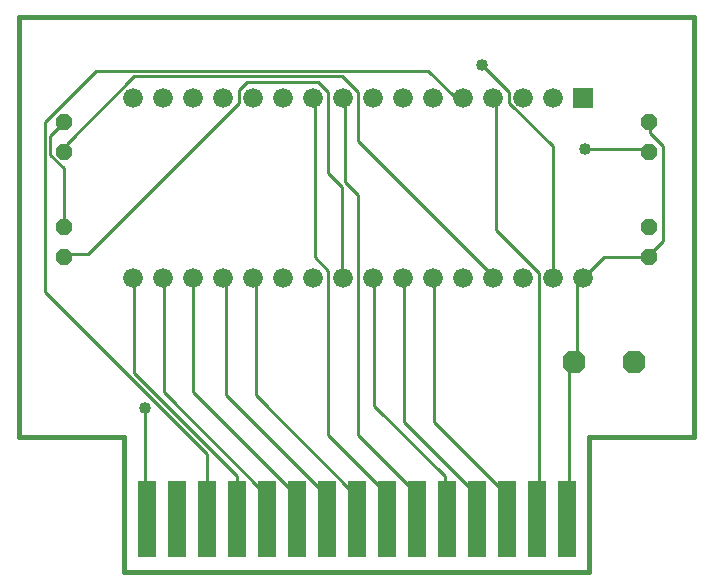
<source format=gtl>
G75*
%MOIN*%
%OFA0B0*%
%FSLAX25Y25*%
%IPPOS*%
%LPD*%
%AMOC8*
5,1,8,0,0,1.08239X$1,22.5*
%
%ADD10C,0.01600*%
%ADD11OC8,0.07600*%
%ADD12R,0.06600X0.06600*%
%ADD13C,0.06600*%
%ADD14OC8,0.05200*%
%ADD15R,0.06000X0.25500*%
%ADD16C,0.01000*%
%ADD17C,0.04000*%
D10*
X0176500Y0046900D02*
X0176500Y0186900D01*
X0401500Y0186900D01*
X0401500Y0046900D01*
X0366500Y0046900D01*
X0366500Y0001900D01*
X0211500Y0001900D01*
X0211500Y0046900D01*
X0176500Y0046900D01*
D11*
X0361500Y0071900D03*
X0381500Y0071900D03*
D12*
X0364500Y0159900D03*
D13*
X0354500Y0159900D03*
X0344500Y0159900D03*
X0334500Y0159900D03*
X0324500Y0159900D03*
X0314500Y0159900D03*
X0304500Y0159900D03*
X0294500Y0159900D03*
X0284500Y0159900D03*
X0274500Y0159900D03*
X0264500Y0159900D03*
X0254500Y0159900D03*
X0244500Y0159900D03*
X0234500Y0159900D03*
X0224500Y0159900D03*
X0214500Y0159900D03*
X0214500Y0099900D03*
X0224500Y0099900D03*
X0234500Y0099900D03*
X0244500Y0099900D03*
X0254500Y0099900D03*
X0264500Y0099900D03*
X0274500Y0099900D03*
X0284500Y0099900D03*
X0294500Y0099900D03*
X0304500Y0099900D03*
X0314500Y0099900D03*
X0324500Y0099900D03*
X0334500Y0099900D03*
X0344500Y0099900D03*
X0354500Y0099900D03*
X0364500Y0099900D03*
D14*
X0386500Y0106900D03*
X0386500Y0116900D03*
X0386500Y0141900D03*
X0386500Y0151900D03*
X0191500Y0151900D03*
X0191500Y0141900D03*
X0191500Y0116900D03*
X0191500Y0106900D03*
D15*
X0219000Y0019400D03*
X0229000Y0019400D03*
X0239000Y0019400D03*
X0249000Y0019400D03*
X0259000Y0019400D03*
X0269000Y0019400D03*
X0279000Y0019400D03*
X0289000Y0019400D03*
X0299000Y0019400D03*
X0309000Y0019400D03*
X0319000Y0019400D03*
X0329000Y0019400D03*
X0339000Y0019400D03*
X0349000Y0019400D03*
X0359000Y0019400D03*
D16*
X0359600Y0019400D01*
X0359600Y0069800D01*
X0361400Y0071600D01*
X0361500Y0071900D01*
X0362300Y0072500D01*
X0362300Y0097700D01*
X0364500Y0099900D01*
X0371300Y0106700D01*
X0385700Y0106700D01*
X0386500Y0106900D01*
X0386600Y0107600D01*
X0391100Y0112100D01*
X0391100Y0143600D01*
X0386600Y0148100D01*
X0386600Y0151700D01*
X0386500Y0151900D01*
X0385700Y0142700D02*
X0365000Y0142700D01*
X0354200Y0143600D02*
X0339800Y0158000D01*
X0339800Y0161600D01*
X0330800Y0170600D01*
X0324500Y0160700D02*
X0320900Y0160700D01*
X0312800Y0168800D01*
X0202100Y0168800D01*
X0185000Y0151700D01*
X0185000Y0095000D01*
X0239000Y0041000D01*
X0239000Y0019400D01*
X0248900Y0019400D02*
X0249000Y0019400D01*
X0248900Y0019400D02*
X0248900Y0033800D01*
X0214700Y0068000D01*
X0214700Y0099500D01*
X0214500Y0099900D01*
X0224500Y0099900D02*
X0224600Y0099500D01*
X0224600Y0061700D01*
X0258800Y0027500D01*
X0258800Y0019400D01*
X0259000Y0019400D01*
X0268700Y0019400D02*
X0269000Y0019400D01*
X0268700Y0019400D02*
X0268700Y0027500D01*
X0234500Y0061700D01*
X0234500Y0099900D01*
X0244500Y0099900D02*
X0245300Y0099500D01*
X0245300Y0060800D01*
X0278600Y0027500D01*
X0278600Y0019400D01*
X0279000Y0019400D01*
X0288500Y0019400D02*
X0289000Y0019400D01*
X0288500Y0019400D02*
X0288500Y0027500D01*
X0255200Y0060800D01*
X0255200Y0099500D01*
X0254500Y0099900D01*
X0275000Y0106700D02*
X0279500Y0102200D01*
X0279500Y0047300D01*
X0298400Y0028400D01*
X0298400Y0019400D01*
X0299000Y0019400D01*
X0308300Y0019400D02*
X0309000Y0019400D01*
X0308300Y0019400D02*
X0308300Y0028400D01*
X0289400Y0047300D01*
X0289400Y0127400D01*
X0284900Y0131900D01*
X0284900Y0159800D01*
X0284500Y0159900D01*
X0289400Y0161600D02*
X0289400Y0145400D01*
X0334400Y0100400D01*
X0334500Y0099900D01*
X0349700Y0101300D02*
X0349700Y0019400D01*
X0349000Y0019400D01*
X0339000Y0019400D02*
X0338900Y0019400D01*
X0338900Y0027500D01*
X0314600Y0051800D01*
X0314600Y0099500D01*
X0314500Y0099900D01*
X0304700Y0099500D02*
X0304500Y0099900D01*
X0304700Y0099500D02*
X0304700Y0051800D01*
X0329000Y0027500D01*
X0329000Y0019400D01*
X0319000Y0019400D02*
X0318200Y0019400D01*
X0318200Y0033800D01*
X0294800Y0057200D01*
X0294800Y0099500D01*
X0294500Y0099900D01*
X0284500Y0099900D02*
X0284000Y0100400D01*
X0284000Y0130100D01*
X0279500Y0134600D01*
X0279500Y0161600D01*
X0275900Y0165200D01*
X0252500Y0165200D01*
X0249800Y0162500D01*
X0249800Y0158000D01*
X0199400Y0107600D01*
X0192200Y0107600D01*
X0191500Y0106900D01*
X0191500Y0116900D02*
X0191300Y0117500D01*
X0191300Y0136400D01*
X0186800Y0140900D01*
X0186800Y0147200D01*
X0191500Y0151900D01*
X0192200Y0144500D02*
X0214700Y0167000D01*
X0284000Y0167000D01*
X0289400Y0161600D01*
X0275000Y0159800D02*
X0274500Y0159900D01*
X0275000Y0159800D02*
X0275000Y0106700D01*
X0335300Y0115700D02*
X0349700Y0101300D01*
X0354200Y0100400D02*
X0354500Y0099900D01*
X0354200Y0100400D02*
X0354200Y0143600D01*
X0335300Y0159800D02*
X0334500Y0159900D01*
X0335300Y0159800D02*
X0335300Y0115700D01*
X0385700Y0142700D02*
X0386500Y0141900D01*
X0324500Y0159900D02*
X0324500Y0160700D01*
X0192200Y0144500D02*
X0192200Y0142700D01*
X0191500Y0141900D01*
X0218300Y0056300D02*
X0218300Y0019400D01*
X0219000Y0019400D01*
D17*
X0218300Y0056300D03*
X0365000Y0142700D03*
X0330800Y0170600D03*
M02*

</source>
